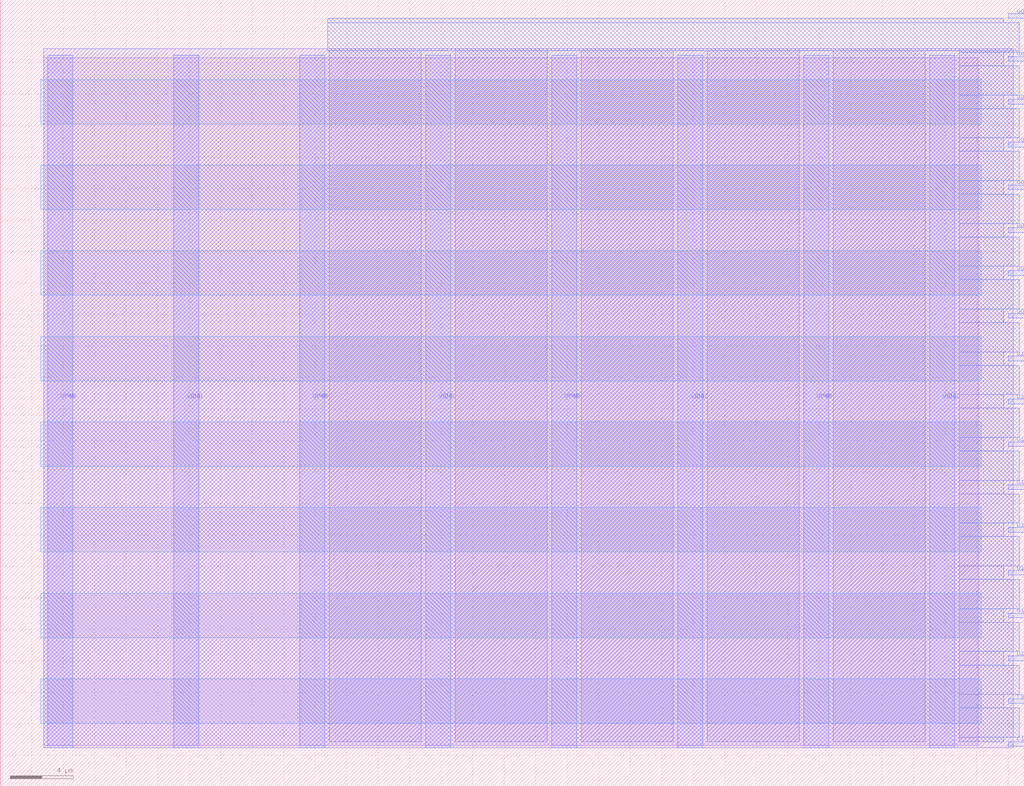
<source format=lef>
VERSION 5.7 ;
  NOWIREEXTENSIONATPIN ON ;
  DIVIDERCHAR "/" ;
  BUSBITCHARS "[]" ;
MACRO tt_um_roy1707018_tdc
  CLASS BLOCK ;
  FOREIGN tt_um_roy1707018_tdc ;
  ORIGIN 0.000 0.000 ;
  SIZE 65.000 BY 50.000 ;
  PIN VGND
    DIRECTION INOUT ;
    USE GROUND ;
    PORT
      LAYER met2 ;
        RECT 11.000 2.480 12.600 46.480 ;
    END
    PORT
      LAYER met2 ;
        RECT 27.000 2.480 28.600 46.480 ;
    END
    PORT
      LAYER met2 ;
        RECT 43.000 2.480 44.600 46.480 ;
    END
    PORT
      LAYER met2 ;
        RECT 59.000 2.480 60.600 46.480 ;
    END
  END VGND
  PIN VPWR
    DIRECTION INOUT ;
    USE POWER ;
    PORT
      LAYER met2 ;
        RECT 3.000 2.480 4.600 46.480 ;
    END
    PORT
      LAYER met2 ;
        RECT 19.000 2.480 20.600 46.480 ;
    END
    PORT
      LAYER met2 ;
        RECT 35.000 2.480 36.600 46.480 ;
    END
    PORT
      LAYER met2 ;
        RECT 51.000 2.480 52.600 46.480 ;
    END
  END VPWR
  PIN clk
    DIRECTION INPUT ;
    USE SIGNAL ;
    ANTENNAGATEAREA 0.852000 ;
    PORT
      LAYER met2 ;
        RECT 64.000 2.570 65.000 2.870 ;
    END
  END clk
  PIN rst_n
    DIRECTION INPUT ;
    USE SIGNAL ;
    PORT
      LAYER met2 ;
        RECT 64.000 5.290 65.000 5.590 ;
    END
  END rst_n
  PIN ui_in[0]
    DIRECTION INPUT ;
    USE SIGNAL ;
    ANTENNAGATEAREA 0.196500 ;
    PORT
      LAYER met2 ;
        RECT 64.000 8.010 65.000 8.310 ;
    END
  END ui_in[0]
  PIN ui_in[1]
    DIRECTION INPUT ;
    USE SIGNAL ;
    ANTENNAGATEAREA 0.247500 ;
    PORT
      LAYER met2 ;
        RECT 64.000 10.730 65.000 11.030 ;
    END
  END ui_in[1]
  PIN ui_in[2]
    DIRECTION INPUT ;
    USE SIGNAL ;
    PORT
      LAYER met2 ;
        RECT 64.000 13.450 65.000 13.750 ;
    END
  END ui_in[2]
  PIN ui_in[3]
    DIRECTION INPUT ;
    USE SIGNAL ;
    PORT
      LAYER met2 ;
        RECT 64.000 16.170 65.000 16.470 ;
    END
  END ui_in[3]
  PIN ui_in[4]
    DIRECTION INPUT ;
    USE SIGNAL ;
    PORT
      LAYER met2 ;
        RECT 64.000 18.890 65.000 19.190 ;
    END
  END ui_in[4]
  PIN ui_in[5]
    DIRECTION INPUT ;
    USE SIGNAL ;
    PORT
      LAYER met2 ;
        RECT 64.000 21.610 65.000 21.910 ;
    END
  END ui_in[5]
  PIN ui_in[6]
    DIRECTION INPUT ;
    USE SIGNAL ;
    PORT
      LAYER met2 ;
        RECT 64.000 24.330 65.000 24.630 ;
    END
  END ui_in[6]
  PIN ui_in[7]
    DIRECTION INPUT ;
    USE SIGNAL ;
    PORT
      LAYER met2 ;
        RECT 64.000 27.050 65.000 27.350 ;
    END
  END ui_in[7]
  PIN uo_out[0]
    DIRECTION OUTPUT ;
    USE SIGNAL ;
    ANTENNADIFFAREA 0.891000 ;
    PORT
      LAYER met2 ;
        RECT 64.000 29.770 65.000 30.070 ;
    END
  END uo_out[0]
  PIN uo_out[1]
    DIRECTION OUTPUT ;
    USE SIGNAL ;
    ANTENNADIFFAREA 0.891000 ;
    PORT
      LAYER met2 ;
        RECT 64.000 32.490 65.000 32.790 ;
    END
  END uo_out[1]
  PIN uo_out[2]
    DIRECTION OUTPUT ;
    USE SIGNAL ;
    ANTENNADIFFAREA 0.891000 ;
    PORT
      LAYER met2 ;
        RECT 64.000 35.210 65.000 35.510 ;
    END
  END uo_out[2]
  PIN uo_out[3]
    DIRECTION OUTPUT ;
    USE SIGNAL ;
    ANTENNADIFFAREA 0.891000 ;
    PORT
      LAYER met2 ;
        RECT 64.000 37.930 65.000 38.230 ;
    END
  END uo_out[3]
  PIN uo_out[4]
    DIRECTION OUTPUT ;
    USE SIGNAL ;
    ANTENNADIFFAREA 0.891000 ;
    PORT
      LAYER met2 ;
        RECT 64.000 40.650 65.000 40.950 ;
    END
  END uo_out[4]
  PIN uo_out[5]
    DIRECTION OUTPUT ;
    USE SIGNAL ;
    ANTENNADIFFAREA 0.891000 ;
    PORT
      LAYER met2 ;
        RECT 64.000 43.370 65.000 43.670 ;
    END
  END uo_out[5]
  PIN uo_out[6]
    DIRECTION OUTPUT ;
    USE SIGNAL ;
    ANTENNADIFFAREA 0.891000 ;
    PORT
      LAYER met2 ;
        RECT 64.000 46.090 65.000 46.390 ;
    END
  END uo_out[6]
  PIN uo_out[7]
    DIRECTION OUTPUT ;
    USE SIGNAL ;
    ANTENNADIFFAREA 0.891000 ;
    PORT
      LAYER met2 ;
        RECT 64.000 48.810 65.000 49.110 ;
    END
  END uo_out[7]
  OBS
      LAYER nwell ;
        RECT 2.570 42.105 62.290 44.935 ;
        RECT 2.570 36.665 62.290 39.495 ;
        RECT 2.570 31.225 62.290 34.055 ;
        RECT 2.570 25.785 62.290 28.615 ;
        RECT 2.570 20.345 62.290 23.175 ;
        RECT 2.570 14.905 62.290 17.735 ;
        RECT 2.570 9.465 62.290 12.295 ;
        RECT 2.570 4.025 62.290 6.855 ;
      LAYER li1 ;
        RECT 2.760 2.635 62.100 46.325 ;
      LAYER met1 ;
        RECT 2.760 2.480 64.330 46.880 ;
      LAYER met2 ;
        RECT 20.800 48.530 63.720 48.810 ;
        RECT 20.800 46.760 64.700 48.530 ;
        RECT 20.880 2.870 26.720 46.760 ;
        RECT 28.880 2.870 34.720 46.760 ;
        RECT 36.880 2.870 42.720 46.760 ;
        RECT 44.880 2.870 50.720 46.760 ;
        RECT 52.880 2.870 58.720 46.760 ;
        RECT 60.880 46.670 64.700 46.760 ;
        RECT 60.880 45.810 63.720 46.670 ;
        RECT 60.880 43.950 64.700 45.810 ;
        RECT 60.880 43.090 63.720 43.950 ;
        RECT 60.880 41.230 64.700 43.090 ;
        RECT 60.880 40.370 63.720 41.230 ;
        RECT 60.880 38.510 64.700 40.370 ;
        RECT 60.880 37.650 63.720 38.510 ;
        RECT 60.880 35.790 64.700 37.650 ;
        RECT 60.880 34.930 63.720 35.790 ;
        RECT 60.880 33.070 64.700 34.930 ;
        RECT 60.880 32.210 63.720 33.070 ;
        RECT 60.880 30.350 64.700 32.210 ;
        RECT 60.880 29.490 63.720 30.350 ;
        RECT 60.880 27.630 64.700 29.490 ;
        RECT 60.880 26.770 63.720 27.630 ;
        RECT 60.880 24.910 64.700 26.770 ;
        RECT 60.880 24.050 63.720 24.910 ;
        RECT 60.880 22.190 64.700 24.050 ;
        RECT 60.880 21.330 63.720 22.190 ;
        RECT 60.880 19.470 64.700 21.330 ;
        RECT 60.880 18.610 63.720 19.470 ;
        RECT 60.880 16.750 64.700 18.610 ;
        RECT 60.880 15.890 63.720 16.750 ;
        RECT 60.880 14.030 64.700 15.890 ;
        RECT 60.880 13.170 63.720 14.030 ;
        RECT 60.880 11.310 64.700 13.170 ;
        RECT 60.880 10.450 63.720 11.310 ;
        RECT 60.880 8.590 64.700 10.450 ;
        RECT 60.880 7.730 63.720 8.590 ;
        RECT 60.880 5.870 64.700 7.730 ;
        RECT 60.880 5.010 63.720 5.870 ;
        RECT 60.880 3.150 64.700 5.010 ;
        RECT 60.880 2.870 63.720 3.150 ;
  END
END tt_um_roy1707018_tdc
END LIBRARY


</source>
